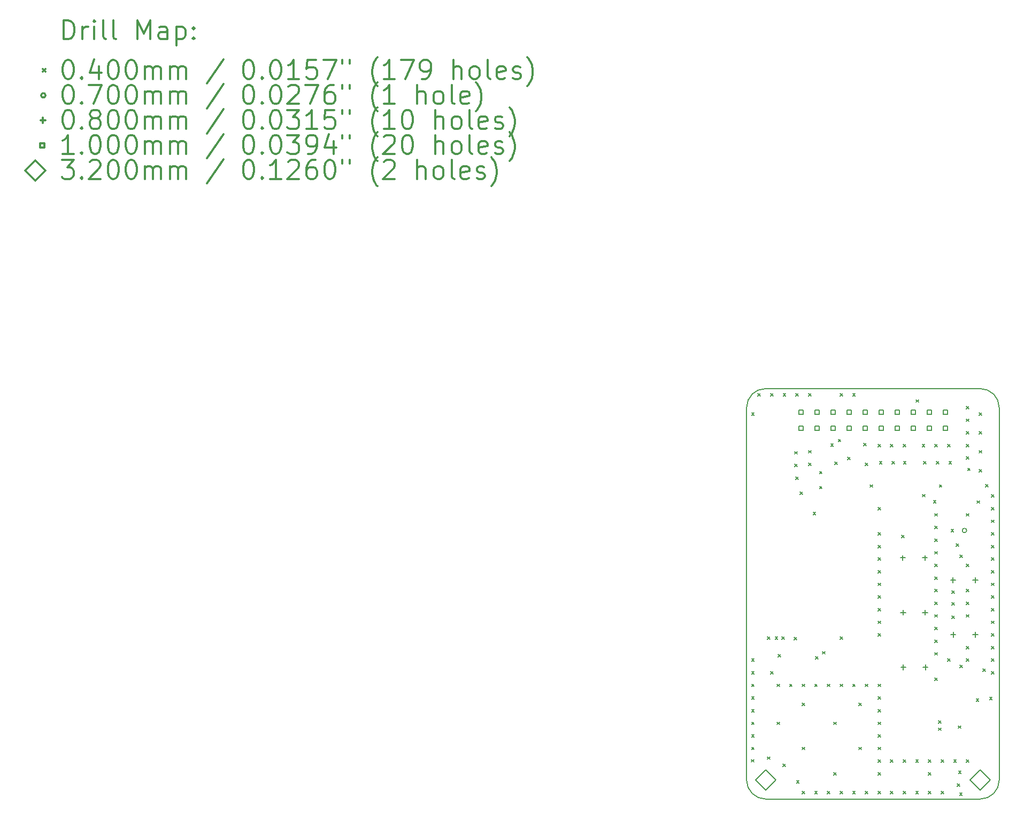
<source format=gbr>
%FSLAX45Y45*%
G04 Gerber Fmt 4.5, Leading zero omitted, Abs format (unit mm)*
G04 Created by KiCad (PCBNEW (5.1.10)-1) date 2022-03-11 13:31:08*
%MOMM*%
%LPD*%
G01*
G04 APERTURE LIST*
%TA.AperFunction,Profile*%
%ADD10C,0.150000*%
%TD*%
%ADD11C,0.200000*%
%ADD12C,0.300000*%
G04 APERTURE END LIST*
D10*
X-250000Y-6000000D02*
X1700000Y-6000000D01*
X-1200000Y-6000000D02*
X-250000Y-6000000D01*
X-1700000Y-6000000D02*
G75*
G02*
X-2000000Y-5700000I0J300000D01*
G01*
X2000000Y-5700000D02*
G75*
G02*
X1700000Y-6000000I-300000J0D01*
G01*
X1700000Y500000D02*
G75*
G02*
X2000000Y200000I0J-300000D01*
G01*
X-2000000Y200000D02*
G75*
G02*
X-1700000Y500000I300000J0D01*
G01*
X-2000000Y-5700000D02*
X-2000000Y200000D01*
X-1200000Y-6000000D02*
X-1700000Y-6000000D01*
X2000000Y200000D02*
X2000000Y-5700000D01*
X-1700000Y500000D02*
X1700000Y500000D01*
D11*
X-1923984Y-5373944D02*
X-1883984Y-5413944D01*
X-1883984Y-5373944D02*
X-1923984Y-5413944D01*
X-1920000Y120000D02*
X-1880000Y80000D01*
X-1880000Y120000D02*
X-1920000Y80000D01*
X-1920000Y-3780000D02*
X-1880000Y-3820000D01*
X-1880000Y-3780000D02*
X-1920000Y-3820000D01*
X-1920000Y-3980000D02*
X-1880000Y-4020000D01*
X-1880000Y-3980000D02*
X-1920000Y-4020000D01*
X-1920000Y-4180000D02*
X-1880000Y-4220000D01*
X-1880000Y-4180000D02*
X-1920000Y-4220000D01*
X-1920000Y-4380000D02*
X-1880000Y-4420000D01*
X-1880000Y-4380000D02*
X-1920000Y-4420000D01*
X-1920000Y-4580000D02*
X-1880000Y-4620000D01*
X-1880000Y-4580000D02*
X-1920000Y-4620000D01*
X-1920000Y-4780000D02*
X-1880000Y-4820000D01*
X-1880000Y-4780000D02*
X-1920000Y-4820000D01*
X-1920000Y-4980000D02*
X-1880000Y-5020000D01*
X-1880000Y-4980000D02*
X-1920000Y-5020000D01*
X-1920000Y-5180000D02*
X-1880000Y-5220000D01*
X-1880000Y-5180000D02*
X-1920000Y-5220000D01*
X-1820000Y420000D02*
X-1780000Y380000D01*
X-1780000Y420000D02*
X-1820000Y380000D01*
X-1670492Y-5332288D02*
X-1630492Y-5372288D01*
X-1630492Y-5332288D02*
X-1670492Y-5372288D01*
X-1668460Y-3432368D02*
X-1628460Y-3472368D01*
X-1628460Y-3432368D02*
X-1668460Y-3472368D01*
X-1620000Y420000D02*
X-1580000Y380000D01*
X-1580000Y420000D02*
X-1620000Y380000D01*
X-1620000Y-3980000D02*
X-1580000Y-4020000D01*
X-1580000Y-3980000D02*
X-1620000Y-4020000D01*
X-1547302Y-3428304D02*
X-1507302Y-3468304D01*
X-1507302Y-3428304D02*
X-1547302Y-3468304D01*
X-1520000Y-4180000D02*
X-1480000Y-4220000D01*
X-1480000Y-4180000D02*
X-1520000Y-4220000D01*
X-1520000Y-4780000D02*
X-1480000Y-4820000D01*
X-1480000Y-4780000D02*
X-1520000Y-4820000D01*
X-1501328Y-3708466D02*
X-1461328Y-3748466D01*
X-1461328Y-3708466D02*
X-1501328Y-3748466D01*
X-1443568Y-3428710D02*
X-1403568Y-3468710D01*
X-1403568Y-3428710D02*
X-1443568Y-3468710D01*
X-1423096Y-5446080D02*
X-1383096Y-5486080D01*
X-1383096Y-5446080D02*
X-1423096Y-5486080D01*
X-1420000Y420000D02*
X-1380000Y380000D01*
X-1380000Y420000D02*
X-1420000Y380000D01*
X-1320000Y-4180000D02*
X-1280000Y-4220000D01*
X-1280000Y-4180000D02*
X-1320000Y-4220000D01*
X-1245804Y-3438464D02*
X-1205804Y-3478464D01*
X-1205804Y-3438464D02*
X-1245804Y-3478464D01*
X-1236000Y-496000D02*
X-1196000Y-536000D01*
X-1196000Y-496000D02*
X-1236000Y-536000D01*
X-1236000Y-696000D02*
X-1196000Y-736000D01*
X-1196000Y-696000D02*
X-1236000Y-736000D01*
X-1223000Y-896000D02*
X-1183000Y-936000D01*
X-1183000Y-896000D02*
X-1223000Y-936000D01*
X-1220000Y420000D02*
X-1180000Y380000D01*
X-1180000Y420000D02*
X-1220000Y380000D01*
X-1208212Y-5709224D02*
X-1168212Y-5749224D01*
X-1168212Y-5709224D02*
X-1208212Y-5749224D01*
X-1151824Y-1138240D02*
X-1111824Y-1178240D01*
X-1111824Y-1138240D02*
X-1151824Y-1178240D01*
X-1120000Y-4180000D02*
X-1080000Y-4220000D01*
X-1080000Y-4180000D02*
X-1120000Y-4220000D01*
X-1120000Y-4480000D02*
X-1080000Y-4520000D01*
X-1080000Y-4480000D02*
X-1120000Y-4520000D01*
X-1120000Y-5180000D02*
X-1080000Y-5220000D01*
X-1080000Y-5180000D02*
X-1120000Y-5220000D01*
X-1120000Y-5880000D02*
X-1080000Y-5920000D01*
X-1080000Y-5880000D02*
X-1120000Y-5920000D01*
X-1020000Y420000D02*
X-980000Y380000D01*
X-980000Y420000D02*
X-1020000Y380000D01*
X-1020000Y-480000D02*
X-980000Y-520000D01*
X-980000Y-480000D02*
X-1020000Y-520000D01*
X-1020000Y-680000D02*
X-980000Y-720000D01*
X-980000Y-680000D02*
X-1020000Y-720000D01*
X-946084Y-1460820D02*
X-906084Y-1500820D01*
X-906084Y-1460820D02*
X-946084Y-1500820D01*
X-920000Y-4180000D02*
X-880000Y-4220000D01*
X-880000Y-4180000D02*
X-920000Y-4220000D01*
X-920000Y-5880000D02*
X-880000Y-5920000D01*
X-880000Y-5880000D02*
X-920000Y-5920000D01*
X-909790Y-3741712D02*
X-869790Y-3781712D01*
X-869790Y-3741712D02*
X-909790Y-3781712D01*
X-845500Y-1047308D02*
X-805500Y-1087308D01*
X-805500Y-1047308D02*
X-845500Y-1087308D01*
X-844484Y-810580D02*
X-804484Y-850580D01*
X-804484Y-810580D02*
X-844484Y-850580D01*
X-795716Y-3662492D02*
X-755716Y-3702492D01*
X-755716Y-3662492D02*
X-795716Y-3702492D01*
X-720000Y-4180000D02*
X-680000Y-4220000D01*
X-680000Y-4180000D02*
X-720000Y-4220000D01*
X-720000Y-5880000D02*
X-680000Y-5920000D01*
X-680000Y-5880000D02*
X-720000Y-5920000D01*
X-667700Y-376748D02*
X-627700Y-416748D01*
X-627700Y-376748D02*
X-667700Y-416748D01*
X-620000Y-4780000D02*
X-580000Y-4820000D01*
X-580000Y-4780000D02*
X-620000Y-4820000D01*
X-620000Y-5580000D02*
X-580000Y-5620000D01*
X-580000Y-5580000D02*
X-620000Y-5620000D01*
X-604708Y-659704D02*
X-564708Y-699704D01*
X-564708Y-659704D02*
X-604708Y-699704D01*
X-547812Y-303088D02*
X-507812Y-343088D01*
X-507812Y-303088D02*
X-547812Y-343088D01*
X-520000Y420000D02*
X-480000Y380000D01*
X-480000Y420000D02*
X-520000Y380000D01*
X-520000Y-4180000D02*
X-480000Y-4220000D01*
X-480000Y-4180000D02*
X-520000Y-4220000D01*
X-520000Y-5880000D02*
X-480000Y-5920000D01*
X-480000Y-5880000D02*
X-520000Y-5920000D01*
X-517332Y-3430844D02*
X-477332Y-3470844D01*
X-477332Y-3430844D02*
X-517332Y-3470844D01*
X-398460Y-586044D02*
X-358460Y-626044D01*
X-358460Y-586044D02*
X-398460Y-626044D01*
X-320000Y420000D02*
X-280000Y380000D01*
X-280000Y420000D02*
X-320000Y380000D01*
X-320000Y-4180000D02*
X-280000Y-4220000D01*
X-280000Y-4180000D02*
X-320000Y-4220000D01*
X-320000Y-5880000D02*
X-280000Y-5920000D01*
X-280000Y-5880000D02*
X-320000Y-5920000D01*
X-220000Y-4480000D02*
X-180000Y-4520000D01*
X-180000Y-4480000D02*
X-220000Y-4520000D01*
X-220000Y-5180000D02*
X-180000Y-5220000D01*
X-180000Y-5180000D02*
X-220000Y-5220000D01*
X-144460Y-365460D02*
X-104460Y-405460D01*
X-104460Y-365460D02*
X-144460Y-405460D01*
X-120000Y-680000D02*
X-80000Y-720000D01*
X-80000Y-680000D02*
X-120000Y-720000D01*
X-120000Y-4180000D02*
X-80000Y-4220000D01*
X-80000Y-4180000D02*
X-120000Y-4220000D01*
X-120000Y-5880000D02*
X-80000Y-5920000D01*
X-80000Y-5880000D02*
X-120000Y-5920000D01*
X-42000Y-1021000D02*
X-2000Y-1061000D01*
X-2000Y-1021000D02*
X-42000Y-1061000D01*
X80000Y-380000D02*
X120000Y-420000D01*
X120000Y-380000D02*
X80000Y-420000D01*
X80000Y-1380000D02*
X120000Y-1420000D01*
X120000Y-1380000D02*
X80000Y-1420000D01*
X80000Y-1780000D02*
X120000Y-1820000D01*
X120000Y-1780000D02*
X80000Y-1820000D01*
X80000Y-1980000D02*
X120000Y-2020000D01*
X120000Y-1980000D02*
X80000Y-2020000D01*
X80000Y-2180000D02*
X120000Y-2220000D01*
X120000Y-2180000D02*
X80000Y-2220000D01*
X80000Y-2380000D02*
X120000Y-2420000D01*
X120000Y-2380000D02*
X80000Y-2420000D01*
X80000Y-2580000D02*
X120000Y-2620000D01*
X120000Y-2580000D02*
X80000Y-2620000D01*
X80000Y-2780000D02*
X120000Y-2820000D01*
X120000Y-2780000D02*
X80000Y-2820000D01*
X80000Y-2980000D02*
X120000Y-3020000D01*
X120000Y-2980000D02*
X80000Y-3020000D01*
X80000Y-3180000D02*
X120000Y-3220000D01*
X120000Y-3180000D02*
X80000Y-3220000D01*
X80000Y-3380000D02*
X120000Y-3420000D01*
X120000Y-3380000D02*
X80000Y-3420000D01*
X80000Y-4180000D02*
X120000Y-4220000D01*
X120000Y-4180000D02*
X80000Y-4220000D01*
X80000Y-4380000D02*
X120000Y-4420000D01*
X120000Y-4380000D02*
X80000Y-4420000D01*
X80000Y-4580000D02*
X120000Y-4620000D01*
X120000Y-4580000D02*
X80000Y-4620000D01*
X80000Y-4780000D02*
X120000Y-4820000D01*
X120000Y-4780000D02*
X80000Y-4820000D01*
X80000Y-4980000D02*
X120000Y-5020000D01*
X120000Y-4980000D02*
X80000Y-5020000D01*
X80000Y-5180000D02*
X120000Y-5220000D01*
X120000Y-5180000D02*
X80000Y-5220000D01*
X80000Y-5380000D02*
X120000Y-5420000D01*
X120000Y-5380000D02*
X80000Y-5420000D01*
X80000Y-5580000D02*
X120000Y-5620000D01*
X120000Y-5580000D02*
X80000Y-5620000D01*
X80000Y-5880000D02*
X120000Y-5920000D01*
X120000Y-5880000D02*
X80000Y-5920000D01*
X104000Y-656000D02*
X144000Y-696000D01*
X144000Y-656000D02*
X104000Y-696000D01*
X280000Y-380000D02*
X320000Y-420000D01*
X320000Y-380000D02*
X280000Y-420000D01*
X280000Y-5380000D02*
X320000Y-5420000D01*
X320000Y-5380000D02*
X280000Y-5420000D01*
X280000Y-5880000D02*
X320000Y-5920000D01*
X320000Y-5880000D02*
X280000Y-5920000D01*
X304000Y-656000D02*
X344000Y-696000D01*
X344000Y-656000D02*
X304000Y-696000D01*
X457012Y-1823024D02*
X497012Y-1863024D01*
X497012Y-1823024D02*
X457012Y-1863024D01*
X480000Y-380000D02*
X520000Y-420000D01*
X520000Y-380000D02*
X480000Y-420000D01*
X480000Y-5380000D02*
X520000Y-5420000D01*
X520000Y-5380000D02*
X480000Y-5420000D01*
X480000Y-5880000D02*
X520000Y-5920000D01*
X520000Y-5880000D02*
X480000Y-5920000D01*
X485000Y-656000D02*
X525000Y-696000D01*
X525000Y-656000D02*
X485000Y-696000D01*
X680000Y-5380000D02*
X720000Y-5420000D01*
X720000Y-5380000D02*
X680000Y-5420000D01*
X680000Y-5880000D02*
X720000Y-5920000D01*
X720000Y-5880000D02*
X680000Y-5920000D01*
X682056Y324800D02*
X722056Y284800D01*
X722056Y324800D02*
X682056Y284800D01*
X780000Y-380000D02*
X820000Y-420000D01*
X820000Y-380000D02*
X780000Y-420000D01*
X782640Y-1173800D02*
X822640Y-1213800D01*
X822640Y-1173800D02*
X782640Y-1213800D01*
X804000Y-656000D02*
X844000Y-696000D01*
X844000Y-656000D02*
X804000Y-696000D01*
X880000Y-5380000D02*
X920000Y-5420000D01*
X920000Y-5380000D02*
X880000Y-5420000D01*
X880000Y-5580000D02*
X920000Y-5620000D01*
X920000Y-5580000D02*
X880000Y-5620000D01*
X880000Y-5880000D02*
X920000Y-5920000D01*
X920000Y-5880000D02*
X880000Y-5920000D01*
X959500Y-1274500D02*
X999500Y-1314500D01*
X999500Y-1274500D02*
X959500Y-1314500D01*
X980000Y-380000D02*
X1020000Y-420000D01*
X1020000Y-380000D02*
X980000Y-420000D01*
X980000Y-1480000D02*
X1020000Y-1520000D01*
X1020000Y-1480000D02*
X980000Y-1520000D01*
X980000Y-1680000D02*
X1020000Y-1720000D01*
X1020000Y-1680000D02*
X980000Y-1720000D01*
X980000Y-1880000D02*
X1020000Y-1920000D01*
X1020000Y-1880000D02*
X980000Y-1920000D01*
X980000Y-2080000D02*
X1020000Y-2120000D01*
X1020000Y-2080000D02*
X980000Y-2120000D01*
X980000Y-2280000D02*
X1020000Y-2320000D01*
X1020000Y-2280000D02*
X980000Y-2320000D01*
X980000Y-2480000D02*
X1020000Y-2520000D01*
X1020000Y-2480000D02*
X980000Y-2520000D01*
X980000Y-2680000D02*
X1020000Y-2720000D01*
X1020000Y-2680000D02*
X980000Y-2720000D01*
X980000Y-2880000D02*
X1020000Y-2920000D01*
X1020000Y-2880000D02*
X980000Y-2920000D01*
X980000Y-3080000D02*
X1020000Y-3120000D01*
X1020000Y-3080000D02*
X980000Y-3120000D01*
X980000Y-3280000D02*
X1020000Y-3320000D01*
X1020000Y-3280000D02*
X980000Y-3320000D01*
X980000Y-3480000D02*
X1020000Y-3520000D01*
X1020000Y-3480000D02*
X980000Y-3520000D01*
X980000Y-3680000D02*
X1020000Y-3720000D01*
X1020000Y-3680000D02*
X980000Y-3720000D01*
X980000Y-4080000D02*
X1020000Y-4120000D01*
X1020000Y-4080000D02*
X980000Y-4120000D01*
X1004000Y-656000D02*
X1044000Y-696000D01*
X1044000Y-656000D02*
X1004000Y-696000D01*
X1038000Y-4875000D02*
X1078000Y-4915000D01*
X1078000Y-4875000D02*
X1038000Y-4915000D01*
X1040958Y-4760788D02*
X1080958Y-4800788D01*
X1080958Y-4760788D02*
X1040958Y-4800788D01*
X1052000Y-1021000D02*
X1092000Y-1061000D01*
X1092000Y-1021000D02*
X1052000Y-1061000D01*
X1080000Y-5380000D02*
X1120000Y-5420000D01*
X1120000Y-5380000D02*
X1080000Y-5420000D01*
X1080000Y-5880000D02*
X1120000Y-5920000D01*
X1120000Y-5880000D02*
X1080000Y-5920000D01*
X1180000Y-380000D02*
X1220000Y-420000D01*
X1220000Y-380000D02*
X1180000Y-420000D01*
X1180000Y-3780000D02*
X1220000Y-3820000D01*
X1220000Y-3780000D02*
X1180000Y-3820000D01*
X1204000Y-656000D02*
X1244000Y-696000D01*
X1244000Y-656000D02*
X1204000Y-696000D01*
X1239000Y-1726000D02*
X1279000Y-1766000D01*
X1279000Y-1726000D02*
X1239000Y-1766000D01*
X1250000Y-2700000D02*
X1290000Y-2740000D01*
X1290000Y-2700000D02*
X1250000Y-2740000D01*
X1250000Y-2890000D02*
X1290000Y-2930000D01*
X1290000Y-2890000D02*
X1250000Y-2930000D01*
X1250000Y-3100000D02*
X1290000Y-3140000D01*
X1290000Y-3100000D02*
X1250000Y-3140000D01*
X1280000Y-5380000D02*
X1320000Y-5420000D01*
X1320000Y-5380000D02*
X1280000Y-5420000D01*
X1321000Y-1959000D02*
X1361000Y-1999000D01*
X1361000Y-1959000D02*
X1321000Y-1999000D01*
X1333820Y-5761040D02*
X1373820Y-5801040D01*
X1373820Y-5761040D02*
X1333820Y-5801040D01*
X1351000Y-4840000D02*
X1391000Y-4880000D01*
X1391000Y-4840000D02*
X1351000Y-4880000D01*
X1356680Y-5553776D02*
X1396680Y-5593776D01*
X1396680Y-5553776D02*
X1356680Y-5593776D01*
X1372936Y-5903280D02*
X1412936Y-5943280D01*
X1412936Y-5903280D02*
X1372936Y-5943280D01*
X1375000Y-2133000D02*
X1415000Y-2173000D01*
X1415000Y-2133000D02*
X1375000Y-2173000D01*
X1380000Y-3880000D02*
X1420000Y-3920000D01*
X1420000Y-3880000D02*
X1380000Y-3920000D01*
X1480000Y220000D02*
X1520000Y180000D01*
X1520000Y220000D02*
X1480000Y180000D01*
X1480000Y20000D02*
X1520000Y-20000D01*
X1520000Y20000D02*
X1480000Y-20000D01*
X1480000Y-180000D02*
X1520000Y-220000D01*
X1520000Y-180000D02*
X1480000Y-220000D01*
X1480000Y-380000D02*
X1520000Y-420000D01*
X1520000Y-380000D02*
X1480000Y-420000D01*
X1480000Y-580000D02*
X1520000Y-620000D01*
X1520000Y-580000D02*
X1480000Y-620000D01*
X1480000Y-2280000D02*
X1520000Y-2320000D01*
X1520000Y-2280000D02*
X1480000Y-2320000D01*
X1480000Y-2680000D02*
X1520000Y-2720000D01*
X1520000Y-2680000D02*
X1480000Y-2720000D01*
X1480000Y-2880000D02*
X1520000Y-2920000D01*
X1520000Y-2880000D02*
X1480000Y-2920000D01*
X1480000Y-3080000D02*
X1520000Y-3120000D01*
X1520000Y-3080000D02*
X1480000Y-3120000D01*
X1480000Y-3580000D02*
X1520000Y-3620000D01*
X1520000Y-3580000D02*
X1480000Y-3620000D01*
X1480000Y-3780000D02*
X1520000Y-3820000D01*
X1520000Y-3780000D02*
X1480000Y-3820000D01*
X1480000Y-5380000D02*
X1520000Y-5420000D01*
X1520000Y-5380000D02*
X1480000Y-5420000D01*
X1481146Y-1478854D02*
X1521146Y-1518854D01*
X1521146Y-1478854D02*
X1481146Y-1518854D01*
X1501500Y-758500D02*
X1541500Y-798500D01*
X1541500Y-758500D02*
X1501500Y-798500D01*
X1637096Y-4412300D02*
X1677096Y-4452300D01*
X1677096Y-4412300D02*
X1637096Y-4452300D01*
X1651000Y-1276000D02*
X1691000Y-1316000D01*
X1691000Y-1276000D02*
X1651000Y-1316000D01*
X1680000Y120000D02*
X1720000Y80000D01*
X1720000Y120000D02*
X1680000Y80000D01*
X1680000Y-180000D02*
X1720000Y-220000D01*
X1720000Y-180000D02*
X1680000Y-220000D01*
X1680000Y-480000D02*
X1720000Y-520000D01*
X1720000Y-480000D02*
X1680000Y-520000D01*
X1680000Y-780000D02*
X1720000Y-820000D01*
X1720000Y-780000D02*
X1680000Y-820000D01*
X1744792Y-3941384D02*
X1784792Y-3981384D01*
X1784792Y-3941384D02*
X1744792Y-3981384D01*
X1786000Y-1018000D02*
X1826000Y-1058000D01*
X1826000Y-1018000D02*
X1786000Y-1058000D01*
X1848424Y-4384868D02*
X1888424Y-4424868D01*
X1888424Y-4384868D02*
X1848424Y-4424868D01*
X1880000Y-1180000D02*
X1920000Y-1220000D01*
X1920000Y-1180000D02*
X1880000Y-1220000D01*
X1880000Y-1380000D02*
X1920000Y-1420000D01*
X1920000Y-1380000D02*
X1880000Y-1420000D01*
X1880000Y-1580000D02*
X1920000Y-1620000D01*
X1920000Y-1580000D02*
X1880000Y-1620000D01*
X1880000Y-1780000D02*
X1920000Y-1820000D01*
X1920000Y-1780000D02*
X1880000Y-1820000D01*
X1880000Y-1980000D02*
X1920000Y-2020000D01*
X1920000Y-1980000D02*
X1880000Y-2020000D01*
X1880000Y-2180000D02*
X1920000Y-2220000D01*
X1920000Y-2180000D02*
X1880000Y-2220000D01*
X1880000Y-2380000D02*
X1920000Y-2420000D01*
X1920000Y-2380000D02*
X1880000Y-2420000D01*
X1880000Y-2580000D02*
X1920000Y-2620000D01*
X1920000Y-2580000D02*
X1880000Y-2620000D01*
X1880000Y-2780000D02*
X1920000Y-2820000D01*
X1920000Y-2780000D02*
X1880000Y-2820000D01*
X1880000Y-2980000D02*
X1920000Y-3020000D01*
X1920000Y-2980000D02*
X1880000Y-3020000D01*
X1880000Y-3180000D02*
X1920000Y-3220000D01*
X1920000Y-3180000D02*
X1880000Y-3220000D01*
X1880000Y-3380000D02*
X1920000Y-3420000D01*
X1920000Y-3380000D02*
X1880000Y-3420000D01*
X1880000Y-3580000D02*
X1920000Y-3620000D01*
X1920000Y-3580000D02*
X1880000Y-3620000D01*
X1880000Y-3780000D02*
X1920000Y-3820000D01*
X1920000Y-3780000D02*
X1880000Y-3820000D01*
X1880000Y-3980000D02*
X1920000Y-4020000D01*
X1920000Y-3980000D02*
X1880000Y-4020000D01*
X1484000Y-1747000D02*
G75*
G03*
X1484000Y-1747000I-35000J0D01*
G01*
X473976Y-2139828D02*
X473976Y-2219828D01*
X433976Y-2179828D02*
X513976Y-2179828D01*
X478040Y-3005714D02*
X478040Y-3085714D01*
X438040Y-3045714D02*
X518040Y-3045714D01*
X481584Y-3871600D02*
X481584Y-3951600D01*
X441584Y-3911600D02*
X521584Y-3911600D01*
X823976Y-2139828D02*
X823976Y-2219828D01*
X783976Y-2179828D02*
X863976Y-2179828D01*
X828040Y-3005714D02*
X828040Y-3085714D01*
X788040Y-3045714D02*
X868040Y-3045714D01*
X831584Y-3871600D02*
X831584Y-3951600D01*
X791584Y-3911600D02*
X871584Y-3911600D01*
X1270254Y-2491872D02*
X1270254Y-2571872D01*
X1230254Y-2531872D02*
X1310254Y-2531872D01*
X1272286Y-3356234D02*
X1272286Y-3436234D01*
X1232286Y-3396234D02*
X1312286Y-3396234D01*
X1620254Y-2491872D02*
X1620254Y-2571872D01*
X1580254Y-2531872D02*
X1660254Y-2531872D01*
X1622286Y-3356234D02*
X1622286Y-3436234D01*
X1582286Y-3396234D02*
X1662286Y-3396234D01*
X-1105104Y89104D02*
X-1105104Y159816D01*
X-1175816Y159816D01*
X-1175816Y89104D01*
X-1105104Y89104D01*
X-1105104Y-164896D02*
X-1105104Y-94184D01*
X-1175816Y-94184D01*
X-1175816Y-164896D01*
X-1105104Y-164896D01*
X-851104Y89104D02*
X-851104Y159816D01*
X-921816Y159816D01*
X-921816Y89104D01*
X-851104Y89104D01*
X-851104Y-164896D02*
X-851104Y-94184D01*
X-921816Y-94184D01*
X-921816Y-164896D01*
X-851104Y-164896D01*
X-597104Y89104D02*
X-597104Y159816D01*
X-667816Y159816D01*
X-667816Y89104D01*
X-597104Y89104D01*
X-597104Y-164896D02*
X-597104Y-94184D01*
X-667816Y-94184D01*
X-667816Y-164896D01*
X-597104Y-164896D01*
X-343104Y89104D02*
X-343104Y159816D01*
X-413816Y159816D01*
X-413816Y89104D01*
X-343104Y89104D01*
X-343104Y-164896D02*
X-343104Y-94184D01*
X-413816Y-94184D01*
X-413816Y-164896D01*
X-343104Y-164896D01*
X-89104Y89104D02*
X-89104Y159816D01*
X-159816Y159816D01*
X-159816Y89104D01*
X-89104Y89104D01*
X-89104Y-164896D02*
X-89104Y-94184D01*
X-159816Y-94184D01*
X-159816Y-164896D01*
X-89104Y-164896D01*
X164896Y89104D02*
X164896Y159816D01*
X94184Y159816D01*
X94184Y89104D01*
X164896Y89104D01*
X164896Y-164896D02*
X164896Y-94184D01*
X94184Y-94184D01*
X94184Y-164896D01*
X164896Y-164896D01*
X418896Y89104D02*
X418896Y159816D01*
X348184Y159816D01*
X348184Y89104D01*
X418896Y89104D01*
X418896Y-164896D02*
X418896Y-94184D01*
X348184Y-94184D01*
X348184Y-164896D01*
X418896Y-164896D01*
X672896Y89104D02*
X672896Y159816D01*
X602184Y159816D01*
X602184Y89104D01*
X672896Y89104D01*
X672896Y-164896D02*
X672896Y-94184D01*
X602184Y-94184D01*
X602184Y-164896D01*
X672896Y-164896D01*
X926896Y89104D02*
X926896Y159816D01*
X856184Y159816D01*
X856184Y89104D01*
X926896Y89104D01*
X926896Y-164896D02*
X926896Y-94184D01*
X856184Y-94184D01*
X856184Y-164896D01*
X926896Y-164896D01*
X1180896Y89104D02*
X1180896Y159816D01*
X1110184Y159816D01*
X1110184Y89104D01*
X1180896Y89104D01*
X1180896Y-164896D02*
X1180896Y-94184D01*
X1110184Y-94184D01*
X1110184Y-164896D01*
X1180896Y-164896D01*
X-1700000Y-5860000D02*
X-1540000Y-5700000D01*
X-1700000Y-5540000D01*
X-1860000Y-5700000D01*
X-1700000Y-5860000D01*
X1700000Y-5860000D02*
X1860000Y-5700000D01*
X1700000Y-5540000D01*
X1540000Y-5700000D01*
X1700000Y-5860000D01*
D12*
X-12813571Y6034286D02*
X-12813571Y6334286D01*
X-12742143Y6334286D01*
X-12699286Y6320000D01*
X-12670714Y6291429D01*
X-12656429Y6262857D01*
X-12642143Y6205714D01*
X-12642143Y6162857D01*
X-12656429Y6105714D01*
X-12670714Y6077143D01*
X-12699286Y6048571D01*
X-12742143Y6034286D01*
X-12813571Y6034286D01*
X-12513571Y6034286D02*
X-12513571Y6234286D01*
X-12513571Y6177143D02*
X-12499286Y6205714D01*
X-12485000Y6220000D01*
X-12456429Y6234286D01*
X-12427857Y6234286D01*
X-12327857Y6034286D02*
X-12327857Y6234286D01*
X-12327857Y6334286D02*
X-12342143Y6320000D01*
X-12327857Y6305714D01*
X-12313571Y6320000D01*
X-12327857Y6334286D01*
X-12327857Y6305714D01*
X-12142143Y6034286D02*
X-12170714Y6048571D01*
X-12185000Y6077143D01*
X-12185000Y6334286D01*
X-11985000Y6034286D02*
X-12013571Y6048571D01*
X-12027857Y6077143D01*
X-12027857Y6334286D01*
X-11642143Y6034286D02*
X-11642143Y6334286D01*
X-11542143Y6120000D01*
X-11442143Y6334286D01*
X-11442143Y6034286D01*
X-11170714Y6034286D02*
X-11170714Y6191429D01*
X-11185000Y6220000D01*
X-11213571Y6234286D01*
X-11270714Y6234286D01*
X-11299286Y6220000D01*
X-11170714Y6048571D02*
X-11199286Y6034286D01*
X-11270714Y6034286D01*
X-11299286Y6048571D01*
X-11313571Y6077143D01*
X-11313571Y6105714D01*
X-11299286Y6134286D01*
X-11270714Y6148571D01*
X-11199286Y6148571D01*
X-11170714Y6162857D01*
X-11027857Y6234286D02*
X-11027857Y5934286D01*
X-11027857Y6220000D02*
X-10999286Y6234286D01*
X-10942143Y6234286D01*
X-10913572Y6220000D01*
X-10899286Y6205714D01*
X-10885000Y6177143D01*
X-10885000Y6091429D01*
X-10899286Y6062857D01*
X-10913572Y6048571D01*
X-10942143Y6034286D01*
X-10999286Y6034286D01*
X-11027857Y6048571D01*
X-10756429Y6062857D02*
X-10742143Y6048571D01*
X-10756429Y6034286D01*
X-10770714Y6048571D01*
X-10756429Y6062857D01*
X-10756429Y6034286D01*
X-10756429Y6220000D02*
X-10742143Y6205714D01*
X-10756429Y6191429D01*
X-10770714Y6205714D01*
X-10756429Y6220000D01*
X-10756429Y6191429D01*
X-13140000Y5560000D02*
X-13100000Y5520000D01*
X-13100000Y5560000D02*
X-13140000Y5520000D01*
X-12756429Y5704286D02*
X-12727857Y5704286D01*
X-12699286Y5690000D01*
X-12685000Y5675714D01*
X-12670714Y5647143D01*
X-12656429Y5590000D01*
X-12656429Y5518572D01*
X-12670714Y5461429D01*
X-12685000Y5432857D01*
X-12699286Y5418572D01*
X-12727857Y5404286D01*
X-12756429Y5404286D01*
X-12785000Y5418572D01*
X-12799286Y5432857D01*
X-12813571Y5461429D01*
X-12827857Y5518572D01*
X-12827857Y5590000D01*
X-12813571Y5647143D01*
X-12799286Y5675714D01*
X-12785000Y5690000D01*
X-12756429Y5704286D01*
X-12527857Y5432857D02*
X-12513571Y5418572D01*
X-12527857Y5404286D01*
X-12542143Y5418572D01*
X-12527857Y5432857D01*
X-12527857Y5404286D01*
X-12256429Y5604286D02*
X-12256429Y5404286D01*
X-12327857Y5718571D02*
X-12399286Y5504286D01*
X-12213571Y5504286D01*
X-12042143Y5704286D02*
X-12013571Y5704286D01*
X-11985000Y5690000D01*
X-11970714Y5675714D01*
X-11956429Y5647143D01*
X-11942143Y5590000D01*
X-11942143Y5518572D01*
X-11956429Y5461429D01*
X-11970714Y5432857D01*
X-11985000Y5418572D01*
X-12013571Y5404286D01*
X-12042143Y5404286D01*
X-12070714Y5418572D01*
X-12085000Y5432857D01*
X-12099286Y5461429D01*
X-12113571Y5518572D01*
X-12113571Y5590000D01*
X-12099286Y5647143D01*
X-12085000Y5675714D01*
X-12070714Y5690000D01*
X-12042143Y5704286D01*
X-11756429Y5704286D02*
X-11727857Y5704286D01*
X-11699286Y5690000D01*
X-11685000Y5675714D01*
X-11670714Y5647143D01*
X-11656429Y5590000D01*
X-11656429Y5518572D01*
X-11670714Y5461429D01*
X-11685000Y5432857D01*
X-11699286Y5418572D01*
X-11727857Y5404286D01*
X-11756429Y5404286D01*
X-11785000Y5418572D01*
X-11799286Y5432857D01*
X-11813571Y5461429D01*
X-11827857Y5518572D01*
X-11827857Y5590000D01*
X-11813571Y5647143D01*
X-11799286Y5675714D01*
X-11785000Y5690000D01*
X-11756429Y5704286D01*
X-11527857Y5404286D02*
X-11527857Y5604286D01*
X-11527857Y5575714D02*
X-11513571Y5590000D01*
X-11485000Y5604286D01*
X-11442143Y5604286D01*
X-11413571Y5590000D01*
X-11399286Y5561429D01*
X-11399286Y5404286D01*
X-11399286Y5561429D02*
X-11385000Y5590000D01*
X-11356429Y5604286D01*
X-11313571Y5604286D01*
X-11285000Y5590000D01*
X-11270714Y5561429D01*
X-11270714Y5404286D01*
X-11127857Y5404286D02*
X-11127857Y5604286D01*
X-11127857Y5575714D02*
X-11113572Y5590000D01*
X-11085000Y5604286D01*
X-11042143Y5604286D01*
X-11013572Y5590000D01*
X-10999286Y5561429D01*
X-10999286Y5404286D01*
X-10999286Y5561429D02*
X-10985000Y5590000D01*
X-10956429Y5604286D01*
X-10913572Y5604286D01*
X-10885000Y5590000D01*
X-10870714Y5561429D01*
X-10870714Y5404286D01*
X-10285000Y5718571D02*
X-10542143Y5332857D01*
X-9899286Y5704286D02*
X-9870714Y5704286D01*
X-9842143Y5690000D01*
X-9827857Y5675714D01*
X-9813572Y5647143D01*
X-9799286Y5590000D01*
X-9799286Y5518572D01*
X-9813572Y5461429D01*
X-9827857Y5432857D01*
X-9842143Y5418572D01*
X-9870714Y5404286D01*
X-9899286Y5404286D01*
X-9927857Y5418572D01*
X-9942143Y5432857D01*
X-9956429Y5461429D01*
X-9970714Y5518572D01*
X-9970714Y5590000D01*
X-9956429Y5647143D01*
X-9942143Y5675714D01*
X-9927857Y5690000D01*
X-9899286Y5704286D01*
X-9670714Y5432857D02*
X-9656429Y5418572D01*
X-9670714Y5404286D01*
X-9685000Y5418572D01*
X-9670714Y5432857D01*
X-9670714Y5404286D01*
X-9470714Y5704286D02*
X-9442143Y5704286D01*
X-9413572Y5690000D01*
X-9399286Y5675714D01*
X-9385000Y5647143D01*
X-9370714Y5590000D01*
X-9370714Y5518572D01*
X-9385000Y5461429D01*
X-9399286Y5432857D01*
X-9413572Y5418572D01*
X-9442143Y5404286D01*
X-9470714Y5404286D01*
X-9499286Y5418572D01*
X-9513572Y5432857D01*
X-9527857Y5461429D01*
X-9542143Y5518572D01*
X-9542143Y5590000D01*
X-9527857Y5647143D01*
X-9513572Y5675714D01*
X-9499286Y5690000D01*
X-9470714Y5704286D01*
X-9085000Y5404286D02*
X-9256429Y5404286D01*
X-9170714Y5404286D02*
X-9170714Y5704286D01*
X-9199286Y5661429D01*
X-9227857Y5632857D01*
X-9256429Y5618571D01*
X-8813572Y5704286D02*
X-8956429Y5704286D01*
X-8970714Y5561429D01*
X-8956429Y5575714D01*
X-8927857Y5590000D01*
X-8856429Y5590000D01*
X-8827857Y5575714D01*
X-8813572Y5561429D01*
X-8799286Y5532857D01*
X-8799286Y5461429D01*
X-8813572Y5432857D01*
X-8827857Y5418572D01*
X-8856429Y5404286D01*
X-8927857Y5404286D01*
X-8956429Y5418572D01*
X-8970714Y5432857D01*
X-8699286Y5704286D02*
X-8499286Y5704286D01*
X-8627857Y5404286D01*
X-8399286Y5704286D02*
X-8399286Y5647143D01*
X-8285000Y5704286D02*
X-8285000Y5647143D01*
X-7842143Y5290000D02*
X-7856429Y5304286D01*
X-7885000Y5347143D01*
X-7899286Y5375714D01*
X-7913571Y5418572D01*
X-7927857Y5490000D01*
X-7927857Y5547143D01*
X-7913571Y5618571D01*
X-7899286Y5661429D01*
X-7885000Y5690000D01*
X-7856429Y5732857D01*
X-7842143Y5747143D01*
X-7570714Y5404286D02*
X-7742143Y5404286D01*
X-7656429Y5404286D02*
X-7656429Y5704286D01*
X-7685000Y5661429D01*
X-7713571Y5632857D01*
X-7742143Y5618571D01*
X-7470714Y5704286D02*
X-7270714Y5704286D01*
X-7399286Y5404286D01*
X-7142143Y5404286D02*
X-7085000Y5404286D01*
X-7056429Y5418572D01*
X-7042143Y5432857D01*
X-7013571Y5475714D01*
X-6999286Y5532857D01*
X-6999286Y5647143D01*
X-7013571Y5675714D01*
X-7027857Y5690000D01*
X-7056429Y5704286D01*
X-7113571Y5704286D01*
X-7142143Y5690000D01*
X-7156429Y5675714D01*
X-7170714Y5647143D01*
X-7170714Y5575714D01*
X-7156429Y5547143D01*
X-7142143Y5532857D01*
X-7113571Y5518572D01*
X-7056429Y5518572D01*
X-7027857Y5532857D01*
X-7013571Y5547143D01*
X-6999286Y5575714D01*
X-6642143Y5404286D02*
X-6642143Y5704286D01*
X-6513571Y5404286D02*
X-6513571Y5561429D01*
X-6527857Y5590000D01*
X-6556429Y5604286D01*
X-6599286Y5604286D01*
X-6627857Y5590000D01*
X-6642143Y5575714D01*
X-6327857Y5404286D02*
X-6356429Y5418572D01*
X-6370714Y5432857D01*
X-6385000Y5461429D01*
X-6385000Y5547143D01*
X-6370714Y5575714D01*
X-6356429Y5590000D01*
X-6327857Y5604286D01*
X-6285000Y5604286D01*
X-6256429Y5590000D01*
X-6242143Y5575714D01*
X-6227857Y5547143D01*
X-6227857Y5461429D01*
X-6242143Y5432857D01*
X-6256429Y5418572D01*
X-6285000Y5404286D01*
X-6327857Y5404286D01*
X-6056429Y5404286D02*
X-6085000Y5418572D01*
X-6099286Y5447143D01*
X-6099286Y5704286D01*
X-5827857Y5418572D02*
X-5856429Y5404286D01*
X-5913571Y5404286D01*
X-5942143Y5418572D01*
X-5956429Y5447143D01*
X-5956429Y5561429D01*
X-5942143Y5590000D01*
X-5913571Y5604286D01*
X-5856429Y5604286D01*
X-5827857Y5590000D01*
X-5813571Y5561429D01*
X-5813571Y5532857D01*
X-5956429Y5504286D01*
X-5699286Y5418572D02*
X-5670714Y5404286D01*
X-5613571Y5404286D01*
X-5585000Y5418572D01*
X-5570714Y5447143D01*
X-5570714Y5461429D01*
X-5585000Y5490000D01*
X-5613571Y5504286D01*
X-5656429Y5504286D01*
X-5685000Y5518572D01*
X-5699286Y5547143D01*
X-5699286Y5561429D01*
X-5685000Y5590000D01*
X-5656429Y5604286D01*
X-5613571Y5604286D01*
X-5585000Y5590000D01*
X-5470714Y5290000D02*
X-5456429Y5304286D01*
X-5427857Y5347143D01*
X-5413572Y5375714D01*
X-5399286Y5418572D01*
X-5385000Y5490000D01*
X-5385000Y5547143D01*
X-5399286Y5618571D01*
X-5413572Y5661429D01*
X-5427857Y5690000D01*
X-5456429Y5732857D01*
X-5470714Y5747143D01*
X-13100000Y5144000D02*
G75*
G03*
X-13100000Y5144000I-35000J0D01*
G01*
X-12756429Y5308286D02*
X-12727857Y5308286D01*
X-12699286Y5294000D01*
X-12685000Y5279714D01*
X-12670714Y5251143D01*
X-12656429Y5194000D01*
X-12656429Y5122572D01*
X-12670714Y5065429D01*
X-12685000Y5036857D01*
X-12699286Y5022572D01*
X-12727857Y5008286D01*
X-12756429Y5008286D01*
X-12785000Y5022572D01*
X-12799286Y5036857D01*
X-12813571Y5065429D01*
X-12827857Y5122572D01*
X-12827857Y5194000D01*
X-12813571Y5251143D01*
X-12799286Y5279714D01*
X-12785000Y5294000D01*
X-12756429Y5308286D01*
X-12527857Y5036857D02*
X-12513571Y5022572D01*
X-12527857Y5008286D01*
X-12542143Y5022572D01*
X-12527857Y5036857D01*
X-12527857Y5008286D01*
X-12413571Y5308286D02*
X-12213571Y5308286D01*
X-12342143Y5008286D01*
X-12042143Y5308286D02*
X-12013571Y5308286D01*
X-11985000Y5294000D01*
X-11970714Y5279714D01*
X-11956429Y5251143D01*
X-11942143Y5194000D01*
X-11942143Y5122572D01*
X-11956429Y5065429D01*
X-11970714Y5036857D01*
X-11985000Y5022572D01*
X-12013571Y5008286D01*
X-12042143Y5008286D01*
X-12070714Y5022572D01*
X-12085000Y5036857D01*
X-12099286Y5065429D01*
X-12113571Y5122572D01*
X-12113571Y5194000D01*
X-12099286Y5251143D01*
X-12085000Y5279714D01*
X-12070714Y5294000D01*
X-12042143Y5308286D01*
X-11756429Y5308286D02*
X-11727857Y5308286D01*
X-11699286Y5294000D01*
X-11685000Y5279714D01*
X-11670714Y5251143D01*
X-11656429Y5194000D01*
X-11656429Y5122572D01*
X-11670714Y5065429D01*
X-11685000Y5036857D01*
X-11699286Y5022572D01*
X-11727857Y5008286D01*
X-11756429Y5008286D01*
X-11785000Y5022572D01*
X-11799286Y5036857D01*
X-11813571Y5065429D01*
X-11827857Y5122572D01*
X-11827857Y5194000D01*
X-11813571Y5251143D01*
X-11799286Y5279714D01*
X-11785000Y5294000D01*
X-11756429Y5308286D01*
X-11527857Y5008286D02*
X-11527857Y5208286D01*
X-11527857Y5179714D02*
X-11513571Y5194000D01*
X-11485000Y5208286D01*
X-11442143Y5208286D01*
X-11413571Y5194000D01*
X-11399286Y5165429D01*
X-11399286Y5008286D01*
X-11399286Y5165429D02*
X-11385000Y5194000D01*
X-11356429Y5208286D01*
X-11313571Y5208286D01*
X-11285000Y5194000D01*
X-11270714Y5165429D01*
X-11270714Y5008286D01*
X-11127857Y5008286D02*
X-11127857Y5208286D01*
X-11127857Y5179714D02*
X-11113572Y5194000D01*
X-11085000Y5208286D01*
X-11042143Y5208286D01*
X-11013572Y5194000D01*
X-10999286Y5165429D01*
X-10999286Y5008286D01*
X-10999286Y5165429D02*
X-10985000Y5194000D01*
X-10956429Y5208286D01*
X-10913572Y5208286D01*
X-10885000Y5194000D01*
X-10870714Y5165429D01*
X-10870714Y5008286D01*
X-10285000Y5322572D02*
X-10542143Y4936857D01*
X-9899286Y5308286D02*
X-9870714Y5308286D01*
X-9842143Y5294000D01*
X-9827857Y5279714D01*
X-9813572Y5251143D01*
X-9799286Y5194000D01*
X-9799286Y5122572D01*
X-9813572Y5065429D01*
X-9827857Y5036857D01*
X-9842143Y5022572D01*
X-9870714Y5008286D01*
X-9899286Y5008286D01*
X-9927857Y5022572D01*
X-9942143Y5036857D01*
X-9956429Y5065429D01*
X-9970714Y5122572D01*
X-9970714Y5194000D01*
X-9956429Y5251143D01*
X-9942143Y5279714D01*
X-9927857Y5294000D01*
X-9899286Y5308286D01*
X-9670714Y5036857D02*
X-9656429Y5022572D01*
X-9670714Y5008286D01*
X-9685000Y5022572D01*
X-9670714Y5036857D01*
X-9670714Y5008286D01*
X-9470714Y5308286D02*
X-9442143Y5308286D01*
X-9413572Y5294000D01*
X-9399286Y5279714D01*
X-9385000Y5251143D01*
X-9370714Y5194000D01*
X-9370714Y5122572D01*
X-9385000Y5065429D01*
X-9399286Y5036857D01*
X-9413572Y5022572D01*
X-9442143Y5008286D01*
X-9470714Y5008286D01*
X-9499286Y5022572D01*
X-9513572Y5036857D01*
X-9527857Y5065429D01*
X-9542143Y5122572D01*
X-9542143Y5194000D01*
X-9527857Y5251143D01*
X-9513572Y5279714D01*
X-9499286Y5294000D01*
X-9470714Y5308286D01*
X-9256429Y5279714D02*
X-9242143Y5294000D01*
X-9213572Y5308286D01*
X-9142143Y5308286D01*
X-9113572Y5294000D01*
X-9099286Y5279714D01*
X-9085000Y5251143D01*
X-9085000Y5222572D01*
X-9099286Y5179714D01*
X-9270714Y5008286D01*
X-9085000Y5008286D01*
X-8985000Y5308286D02*
X-8785000Y5308286D01*
X-8913572Y5008286D01*
X-8542143Y5308286D02*
X-8599286Y5308286D01*
X-8627857Y5294000D01*
X-8642143Y5279714D01*
X-8670714Y5236857D01*
X-8685000Y5179714D01*
X-8685000Y5065429D01*
X-8670714Y5036857D01*
X-8656429Y5022572D01*
X-8627857Y5008286D01*
X-8570714Y5008286D01*
X-8542143Y5022572D01*
X-8527857Y5036857D01*
X-8513572Y5065429D01*
X-8513572Y5136857D01*
X-8527857Y5165429D01*
X-8542143Y5179714D01*
X-8570714Y5194000D01*
X-8627857Y5194000D01*
X-8656429Y5179714D01*
X-8670714Y5165429D01*
X-8685000Y5136857D01*
X-8399286Y5308286D02*
X-8399286Y5251143D01*
X-8285000Y5308286D02*
X-8285000Y5251143D01*
X-7842143Y4894000D02*
X-7856429Y4908286D01*
X-7885000Y4951143D01*
X-7899286Y4979714D01*
X-7913571Y5022572D01*
X-7927857Y5094000D01*
X-7927857Y5151143D01*
X-7913571Y5222572D01*
X-7899286Y5265429D01*
X-7885000Y5294000D01*
X-7856429Y5336857D01*
X-7842143Y5351143D01*
X-7570714Y5008286D02*
X-7742143Y5008286D01*
X-7656429Y5008286D02*
X-7656429Y5308286D01*
X-7685000Y5265429D01*
X-7713571Y5236857D01*
X-7742143Y5222572D01*
X-7213571Y5008286D02*
X-7213571Y5308286D01*
X-7085000Y5008286D02*
X-7085000Y5165429D01*
X-7099286Y5194000D01*
X-7127857Y5208286D01*
X-7170714Y5208286D01*
X-7199286Y5194000D01*
X-7213571Y5179714D01*
X-6899286Y5008286D02*
X-6927857Y5022572D01*
X-6942143Y5036857D01*
X-6956429Y5065429D01*
X-6956429Y5151143D01*
X-6942143Y5179714D01*
X-6927857Y5194000D01*
X-6899286Y5208286D01*
X-6856429Y5208286D01*
X-6827857Y5194000D01*
X-6813571Y5179714D01*
X-6799286Y5151143D01*
X-6799286Y5065429D01*
X-6813571Y5036857D01*
X-6827857Y5022572D01*
X-6856429Y5008286D01*
X-6899286Y5008286D01*
X-6627857Y5008286D02*
X-6656429Y5022572D01*
X-6670714Y5051143D01*
X-6670714Y5308286D01*
X-6399286Y5022572D02*
X-6427857Y5008286D01*
X-6485000Y5008286D01*
X-6513571Y5022572D01*
X-6527857Y5051143D01*
X-6527857Y5165429D01*
X-6513571Y5194000D01*
X-6485000Y5208286D01*
X-6427857Y5208286D01*
X-6399286Y5194000D01*
X-6385000Y5165429D01*
X-6385000Y5136857D01*
X-6527857Y5108286D01*
X-6285000Y4894000D02*
X-6270714Y4908286D01*
X-6242143Y4951143D01*
X-6227857Y4979714D01*
X-6213571Y5022572D01*
X-6199286Y5094000D01*
X-6199286Y5151143D01*
X-6213571Y5222572D01*
X-6227857Y5265429D01*
X-6242143Y5294000D01*
X-6270714Y5336857D01*
X-6285000Y5351143D01*
X-13140000Y4788000D02*
X-13140000Y4708000D01*
X-13180000Y4748000D02*
X-13100000Y4748000D01*
X-12756429Y4912286D02*
X-12727857Y4912286D01*
X-12699286Y4898000D01*
X-12685000Y4883714D01*
X-12670714Y4855143D01*
X-12656429Y4798000D01*
X-12656429Y4726572D01*
X-12670714Y4669429D01*
X-12685000Y4640857D01*
X-12699286Y4626572D01*
X-12727857Y4612286D01*
X-12756429Y4612286D01*
X-12785000Y4626572D01*
X-12799286Y4640857D01*
X-12813571Y4669429D01*
X-12827857Y4726572D01*
X-12827857Y4798000D01*
X-12813571Y4855143D01*
X-12799286Y4883714D01*
X-12785000Y4898000D01*
X-12756429Y4912286D01*
X-12527857Y4640857D02*
X-12513571Y4626572D01*
X-12527857Y4612286D01*
X-12542143Y4626572D01*
X-12527857Y4640857D01*
X-12527857Y4612286D01*
X-12342143Y4783714D02*
X-12370714Y4798000D01*
X-12385000Y4812286D01*
X-12399286Y4840857D01*
X-12399286Y4855143D01*
X-12385000Y4883714D01*
X-12370714Y4898000D01*
X-12342143Y4912286D01*
X-12285000Y4912286D01*
X-12256429Y4898000D01*
X-12242143Y4883714D01*
X-12227857Y4855143D01*
X-12227857Y4840857D01*
X-12242143Y4812286D01*
X-12256429Y4798000D01*
X-12285000Y4783714D01*
X-12342143Y4783714D01*
X-12370714Y4769429D01*
X-12385000Y4755143D01*
X-12399286Y4726572D01*
X-12399286Y4669429D01*
X-12385000Y4640857D01*
X-12370714Y4626572D01*
X-12342143Y4612286D01*
X-12285000Y4612286D01*
X-12256429Y4626572D01*
X-12242143Y4640857D01*
X-12227857Y4669429D01*
X-12227857Y4726572D01*
X-12242143Y4755143D01*
X-12256429Y4769429D01*
X-12285000Y4783714D01*
X-12042143Y4912286D02*
X-12013571Y4912286D01*
X-11985000Y4898000D01*
X-11970714Y4883714D01*
X-11956429Y4855143D01*
X-11942143Y4798000D01*
X-11942143Y4726572D01*
X-11956429Y4669429D01*
X-11970714Y4640857D01*
X-11985000Y4626572D01*
X-12013571Y4612286D01*
X-12042143Y4612286D01*
X-12070714Y4626572D01*
X-12085000Y4640857D01*
X-12099286Y4669429D01*
X-12113571Y4726572D01*
X-12113571Y4798000D01*
X-12099286Y4855143D01*
X-12085000Y4883714D01*
X-12070714Y4898000D01*
X-12042143Y4912286D01*
X-11756429Y4912286D02*
X-11727857Y4912286D01*
X-11699286Y4898000D01*
X-11685000Y4883714D01*
X-11670714Y4855143D01*
X-11656429Y4798000D01*
X-11656429Y4726572D01*
X-11670714Y4669429D01*
X-11685000Y4640857D01*
X-11699286Y4626572D01*
X-11727857Y4612286D01*
X-11756429Y4612286D01*
X-11785000Y4626572D01*
X-11799286Y4640857D01*
X-11813571Y4669429D01*
X-11827857Y4726572D01*
X-11827857Y4798000D01*
X-11813571Y4855143D01*
X-11799286Y4883714D01*
X-11785000Y4898000D01*
X-11756429Y4912286D01*
X-11527857Y4612286D02*
X-11527857Y4812286D01*
X-11527857Y4783714D02*
X-11513571Y4798000D01*
X-11485000Y4812286D01*
X-11442143Y4812286D01*
X-11413571Y4798000D01*
X-11399286Y4769429D01*
X-11399286Y4612286D01*
X-11399286Y4769429D02*
X-11385000Y4798000D01*
X-11356429Y4812286D01*
X-11313571Y4812286D01*
X-11285000Y4798000D01*
X-11270714Y4769429D01*
X-11270714Y4612286D01*
X-11127857Y4612286D02*
X-11127857Y4812286D01*
X-11127857Y4783714D02*
X-11113572Y4798000D01*
X-11085000Y4812286D01*
X-11042143Y4812286D01*
X-11013572Y4798000D01*
X-10999286Y4769429D01*
X-10999286Y4612286D01*
X-10999286Y4769429D02*
X-10985000Y4798000D01*
X-10956429Y4812286D01*
X-10913572Y4812286D01*
X-10885000Y4798000D01*
X-10870714Y4769429D01*
X-10870714Y4612286D01*
X-10285000Y4926572D02*
X-10542143Y4540857D01*
X-9899286Y4912286D02*
X-9870714Y4912286D01*
X-9842143Y4898000D01*
X-9827857Y4883714D01*
X-9813572Y4855143D01*
X-9799286Y4798000D01*
X-9799286Y4726572D01*
X-9813572Y4669429D01*
X-9827857Y4640857D01*
X-9842143Y4626572D01*
X-9870714Y4612286D01*
X-9899286Y4612286D01*
X-9927857Y4626572D01*
X-9942143Y4640857D01*
X-9956429Y4669429D01*
X-9970714Y4726572D01*
X-9970714Y4798000D01*
X-9956429Y4855143D01*
X-9942143Y4883714D01*
X-9927857Y4898000D01*
X-9899286Y4912286D01*
X-9670714Y4640857D02*
X-9656429Y4626572D01*
X-9670714Y4612286D01*
X-9685000Y4626572D01*
X-9670714Y4640857D01*
X-9670714Y4612286D01*
X-9470714Y4912286D02*
X-9442143Y4912286D01*
X-9413572Y4898000D01*
X-9399286Y4883714D01*
X-9385000Y4855143D01*
X-9370714Y4798000D01*
X-9370714Y4726572D01*
X-9385000Y4669429D01*
X-9399286Y4640857D01*
X-9413572Y4626572D01*
X-9442143Y4612286D01*
X-9470714Y4612286D01*
X-9499286Y4626572D01*
X-9513572Y4640857D01*
X-9527857Y4669429D01*
X-9542143Y4726572D01*
X-9542143Y4798000D01*
X-9527857Y4855143D01*
X-9513572Y4883714D01*
X-9499286Y4898000D01*
X-9470714Y4912286D01*
X-9270714Y4912286D02*
X-9085000Y4912286D01*
X-9185000Y4798000D01*
X-9142143Y4798000D01*
X-9113572Y4783714D01*
X-9099286Y4769429D01*
X-9085000Y4740857D01*
X-9085000Y4669429D01*
X-9099286Y4640857D01*
X-9113572Y4626572D01*
X-9142143Y4612286D01*
X-9227857Y4612286D01*
X-9256429Y4626572D01*
X-9270714Y4640857D01*
X-8799286Y4612286D02*
X-8970714Y4612286D01*
X-8885000Y4612286D02*
X-8885000Y4912286D01*
X-8913572Y4869429D01*
X-8942143Y4840857D01*
X-8970714Y4826572D01*
X-8527857Y4912286D02*
X-8670714Y4912286D01*
X-8685000Y4769429D01*
X-8670714Y4783714D01*
X-8642143Y4798000D01*
X-8570714Y4798000D01*
X-8542143Y4783714D01*
X-8527857Y4769429D01*
X-8513572Y4740857D01*
X-8513572Y4669429D01*
X-8527857Y4640857D01*
X-8542143Y4626572D01*
X-8570714Y4612286D01*
X-8642143Y4612286D01*
X-8670714Y4626572D01*
X-8685000Y4640857D01*
X-8399286Y4912286D02*
X-8399286Y4855143D01*
X-8285000Y4912286D02*
X-8285000Y4855143D01*
X-7842143Y4498000D02*
X-7856429Y4512286D01*
X-7885000Y4555143D01*
X-7899286Y4583714D01*
X-7913571Y4626572D01*
X-7927857Y4698000D01*
X-7927857Y4755143D01*
X-7913571Y4826572D01*
X-7899286Y4869429D01*
X-7885000Y4898000D01*
X-7856429Y4940857D01*
X-7842143Y4955143D01*
X-7570714Y4612286D02*
X-7742143Y4612286D01*
X-7656429Y4612286D02*
X-7656429Y4912286D01*
X-7685000Y4869429D01*
X-7713571Y4840857D01*
X-7742143Y4826572D01*
X-7385000Y4912286D02*
X-7356429Y4912286D01*
X-7327857Y4898000D01*
X-7313571Y4883714D01*
X-7299286Y4855143D01*
X-7285000Y4798000D01*
X-7285000Y4726572D01*
X-7299286Y4669429D01*
X-7313571Y4640857D01*
X-7327857Y4626572D01*
X-7356429Y4612286D01*
X-7385000Y4612286D01*
X-7413571Y4626572D01*
X-7427857Y4640857D01*
X-7442143Y4669429D01*
X-7456429Y4726572D01*
X-7456429Y4798000D01*
X-7442143Y4855143D01*
X-7427857Y4883714D01*
X-7413571Y4898000D01*
X-7385000Y4912286D01*
X-6927857Y4612286D02*
X-6927857Y4912286D01*
X-6799286Y4612286D02*
X-6799286Y4769429D01*
X-6813571Y4798000D01*
X-6842143Y4812286D01*
X-6885000Y4812286D01*
X-6913571Y4798000D01*
X-6927857Y4783714D01*
X-6613571Y4612286D02*
X-6642143Y4626572D01*
X-6656429Y4640857D01*
X-6670714Y4669429D01*
X-6670714Y4755143D01*
X-6656429Y4783714D01*
X-6642143Y4798000D01*
X-6613571Y4812286D01*
X-6570714Y4812286D01*
X-6542143Y4798000D01*
X-6527857Y4783714D01*
X-6513571Y4755143D01*
X-6513571Y4669429D01*
X-6527857Y4640857D01*
X-6542143Y4626572D01*
X-6570714Y4612286D01*
X-6613571Y4612286D01*
X-6342143Y4612286D02*
X-6370714Y4626572D01*
X-6385000Y4655143D01*
X-6385000Y4912286D01*
X-6113571Y4626572D02*
X-6142143Y4612286D01*
X-6199286Y4612286D01*
X-6227857Y4626572D01*
X-6242143Y4655143D01*
X-6242143Y4769429D01*
X-6227857Y4798000D01*
X-6199286Y4812286D01*
X-6142143Y4812286D01*
X-6113571Y4798000D01*
X-6099286Y4769429D01*
X-6099286Y4740857D01*
X-6242143Y4712286D01*
X-5985000Y4626572D02*
X-5956429Y4612286D01*
X-5899286Y4612286D01*
X-5870714Y4626572D01*
X-5856429Y4655143D01*
X-5856429Y4669429D01*
X-5870714Y4698000D01*
X-5899286Y4712286D01*
X-5942143Y4712286D01*
X-5970714Y4726572D01*
X-5985000Y4755143D01*
X-5985000Y4769429D01*
X-5970714Y4798000D01*
X-5942143Y4812286D01*
X-5899286Y4812286D01*
X-5870714Y4798000D01*
X-5756429Y4498000D02*
X-5742143Y4512286D01*
X-5713571Y4555143D01*
X-5699286Y4583714D01*
X-5685000Y4626572D01*
X-5670714Y4698000D01*
X-5670714Y4755143D01*
X-5685000Y4826572D01*
X-5699286Y4869429D01*
X-5713571Y4898000D01*
X-5742143Y4940857D01*
X-5756429Y4955143D01*
X-13114644Y4316644D02*
X-13114644Y4387356D01*
X-13185356Y4387356D01*
X-13185356Y4316644D01*
X-13114644Y4316644D01*
X-12656429Y4216286D02*
X-12827857Y4216286D01*
X-12742143Y4216286D02*
X-12742143Y4516286D01*
X-12770714Y4473429D01*
X-12799286Y4444857D01*
X-12827857Y4430572D01*
X-12527857Y4244857D02*
X-12513571Y4230572D01*
X-12527857Y4216286D01*
X-12542143Y4230572D01*
X-12527857Y4244857D01*
X-12527857Y4216286D01*
X-12327857Y4516286D02*
X-12299286Y4516286D01*
X-12270714Y4502000D01*
X-12256429Y4487714D01*
X-12242143Y4459143D01*
X-12227857Y4402000D01*
X-12227857Y4330572D01*
X-12242143Y4273429D01*
X-12256429Y4244857D01*
X-12270714Y4230572D01*
X-12299286Y4216286D01*
X-12327857Y4216286D01*
X-12356429Y4230572D01*
X-12370714Y4244857D01*
X-12385000Y4273429D01*
X-12399286Y4330572D01*
X-12399286Y4402000D01*
X-12385000Y4459143D01*
X-12370714Y4487714D01*
X-12356429Y4502000D01*
X-12327857Y4516286D01*
X-12042143Y4516286D02*
X-12013571Y4516286D01*
X-11985000Y4502000D01*
X-11970714Y4487714D01*
X-11956429Y4459143D01*
X-11942143Y4402000D01*
X-11942143Y4330572D01*
X-11956429Y4273429D01*
X-11970714Y4244857D01*
X-11985000Y4230572D01*
X-12013571Y4216286D01*
X-12042143Y4216286D01*
X-12070714Y4230572D01*
X-12085000Y4244857D01*
X-12099286Y4273429D01*
X-12113571Y4330572D01*
X-12113571Y4402000D01*
X-12099286Y4459143D01*
X-12085000Y4487714D01*
X-12070714Y4502000D01*
X-12042143Y4516286D01*
X-11756429Y4516286D02*
X-11727857Y4516286D01*
X-11699286Y4502000D01*
X-11685000Y4487714D01*
X-11670714Y4459143D01*
X-11656429Y4402000D01*
X-11656429Y4330572D01*
X-11670714Y4273429D01*
X-11685000Y4244857D01*
X-11699286Y4230572D01*
X-11727857Y4216286D01*
X-11756429Y4216286D01*
X-11785000Y4230572D01*
X-11799286Y4244857D01*
X-11813571Y4273429D01*
X-11827857Y4330572D01*
X-11827857Y4402000D01*
X-11813571Y4459143D01*
X-11799286Y4487714D01*
X-11785000Y4502000D01*
X-11756429Y4516286D01*
X-11527857Y4216286D02*
X-11527857Y4416286D01*
X-11527857Y4387714D02*
X-11513571Y4402000D01*
X-11485000Y4416286D01*
X-11442143Y4416286D01*
X-11413571Y4402000D01*
X-11399286Y4373429D01*
X-11399286Y4216286D01*
X-11399286Y4373429D02*
X-11385000Y4402000D01*
X-11356429Y4416286D01*
X-11313571Y4416286D01*
X-11285000Y4402000D01*
X-11270714Y4373429D01*
X-11270714Y4216286D01*
X-11127857Y4216286D02*
X-11127857Y4416286D01*
X-11127857Y4387714D02*
X-11113572Y4402000D01*
X-11085000Y4416286D01*
X-11042143Y4416286D01*
X-11013572Y4402000D01*
X-10999286Y4373429D01*
X-10999286Y4216286D01*
X-10999286Y4373429D02*
X-10985000Y4402000D01*
X-10956429Y4416286D01*
X-10913572Y4416286D01*
X-10885000Y4402000D01*
X-10870714Y4373429D01*
X-10870714Y4216286D01*
X-10285000Y4530572D02*
X-10542143Y4144857D01*
X-9899286Y4516286D02*
X-9870714Y4516286D01*
X-9842143Y4502000D01*
X-9827857Y4487714D01*
X-9813572Y4459143D01*
X-9799286Y4402000D01*
X-9799286Y4330572D01*
X-9813572Y4273429D01*
X-9827857Y4244857D01*
X-9842143Y4230572D01*
X-9870714Y4216286D01*
X-9899286Y4216286D01*
X-9927857Y4230572D01*
X-9942143Y4244857D01*
X-9956429Y4273429D01*
X-9970714Y4330572D01*
X-9970714Y4402000D01*
X-9956429Y4459143D01*
X-9942143Y4487714D01*
X-9927857Y4502000D01*
X-9899286Y4516286D01*
X-9670714Y4244857D02*
X-9656429Y4230572D01*
X-9670714Y4216286D01*
X-9685000Y4230572D01*
X-9670714Y4244857D01*
X-9670714Y4216286D01*
X-9470714Y4516286D02*
X-9442143Y4516286D01*
X-9413572Y4502000D01*
X-9399286Y4487714D01*
X-9385000Y4459143D01*
X-9370714Y4402000D01*
X-9370714Y4330572D01*
X-9385000Y4273429D01*
X-9399286Y4244857D01*
X-9413572Y4230572D01*
X-9442143Y4216286D01*
X-9470714Y4216286D01*
X-9499286Y4230572D01*
X-9513572Y4244857D01*
X-9527857Y4273429D01*
X-9542143Y4330572D01*
X-9542143Y4402000D01*
X-9527857Y4459143D01*
X-9513572Y4487714D01*
X-9499286Y4502000D01*
X-9470714Y4516286D01*
X-9270714Y4516286D02*
X-9085000Y4516286D01*
X-9185000Y4402000D01*
X-9142143Y4402000D01*
X-9113572Y4387714D01*
X-9099286Y4373429D01*
X-9085000Y4344857D01*
X-9085000Y4273429D01*
X-9099286Y4244857D01*
X-9113572Y4230572D01*
X-9142143Y4216286D01*
X-9227857Y4216286D01*
X-9256429Y4230572D01*
X-9270714Y4244857D01*
X-8942143Y4216286D02*
X-8885000Y4216286D01*
X-8856429Y4230572D01*
X-8842143Y4244857D01*
X-8813572Y4287714D01*
X-8799286Y4344857D01*
X-8799286Y4459143D01*
X-8813572Y4487714D01*
X-8827857Y4502000D01*
X-8856429Y4516286D01*
X-8913572Y4516286D01*
X-8942143Y4502000D01*
X-8956429Y4487714D01*
X-8970714Y4459143D01*
X-8970714Y4387714D01*
X-8956429Y4359143D01*
X-8942143Y4344857D01*
X-8913572Y4330572D01*
X-8856429Y4330572D01*
X-8827857Y4344857D01*
X-8813572Y4359143D01*
X-8799286Y4387714D01*
X-8542143Y4416286D02*
X-8542143Y4216286D01*
X-8613572Y4530572D02*
X-8685000Y4316286D01*
X-8499286Y4316286D01*
X-8399286Y4516286D02*
X-8399286Y4459143D01*
X-8285000Y4516286D02*
X-8285000Y4459143D01*
X-7842143Y4102000D02*
X-7856429Y4116286D01*
X-7885000Y4159143D01*
X-7899286Y4187714D01*
X-7913571Y4230572D01*
X-7927857Y4302000D01*
X-7927857Y4359143D01*
X-7913571Y4430572D01*
X-7899286Y4473429D01*
X-7885000Y4502000D01*
X-7856429Y4544857D01*
X-7842143Y4559143D01*
X-7742143Y4487714D02*
X-7727857Y4502000D01*
X-7699286Y4516286D01*
X-7627857Y4516286D01*
X-7599286Y4502000D01*
X-7585000Y4487714D01*
X-7570714Y4459143D01*
X-7570714Y4430572D01*
X-7585000Y4387714D01*
X-7756429Y4216286D01*
X-7570714Y4216286D01*
X-7385000Y4516286D02*
X-7356429Y4516286D01*
X-7327857Y4502000D01*
X-7313571Y4487714D01*
X-7299286Y4459143D01*
X-7285000Y4402000D01*
X-7285000Y4330572D01*
X-7299286Y4273429D01*
X-7313571Y4244857D01*
X-7327857Y4230572D01*
X-7356429Y4216286D01*
X-7385000Y4216286D01*
X-7413571Y4230572D01*
X-7427857Y4244857D01*
X-7442143Y4273429D01*
X-7456429Y4330572D01*
X-7456429Y4402000D01*
X-7442143Y4459143D01*
X-7427857Y4487714D01*
X-7413571Y4502000D01*
X-7385000Y4516286D01*
X-6927857Y4216286D02*
X-6927857Y4516286D01*
X-6799286Y4216286D02*
X-6799286Y4373429D01*
X-6813571Y4402000D01*
X-6842143Y4416286D01*
X-6885000Y4416286D01*
X-6913571Y4402000D01*
X-6927857Y4387714D01*
X-6613571Y4216286D02*
X-6642143Y4230572D01*
X-6656429Y4244857D01*
X-6670714Y4273429D01*
X-6670714Y4359143D01*
X-6656429Y4387714D01*
X-6642143Y4402000D01*
X-6613571Y4416286D01*
X-6570714Y4416286D01*
X-6542143Y4402000D01*
X-6527857Y4387714D01*
X-6513571Y4359143D01*
X-6513571Y4273429D01*
X-6527857Y4244857D01*
X-6542143Y4230572D01*
X-6570714Y4216286D01*
X-6613571Y4216286D01*
X-6342143Y4216286D02*
X-6370714Y4230572D01*
X-6385000Y4259143D01*
X-6385000Y4516286D01*
X-6113571Y4230572D02*
X-6142143Y4216286D01*
X-6199286Y4216286D01*
X-6227857Y4230572D01*
X-6242143Y4259143D01*
X-6242143Y4373429D01*
X-6227857Y4402000D01*
X-6199286Y4416286D01*
X-6142143Y4416286D01*
X-6113571Y4402000D01*
X-6099286Y4373429D01*
X-6099286Y4344857D01*
X-6242143Y4316286D01*
X-5985000Y4230572D02*
X-5956429Y4216286D01*
X-5899286Y4216286D01*
X-5870714Y4230572D01*
X-5856429Y4259143D01*
X-5856429Y4273429D01*
X-5870714Y4302000D01*
X-5899286Y4316286D01*
X-5942143Y4316286D01*
X-5970714Y4330572D01*
X-5985000Y4359143D01*
X-5985000Y4373429D01*
X-5970714Y4402000D01*
X-5942143Y4416286D01*
X-5899286Y4416286D01*
X-5870714Y4402000D01*
X-5756429Y4102000D02*
X-5742143Y4116286D01*
X-5713571Y4159143D01*
X-5699286Y4187714D01*
X-5685000Y4230572D01*
X-5670714Y4302000D01*
X-5670714Y4359143D01*
X-5685000Y4430572D01*
X-5699286Y4473429D01*
X-5713571Y4502000D01*
X-5742143Y4544857D01*
X-5756429Y4559143D01*
X-13260000Y3796000D02*
X-13100000Y3956000D01*
X-13260000Y4116000D01*
X-13420000Y3956000D01*
X-13260000Y3796000D01*
X-12842143Y4120286D02*
X-12656429Y4120286D01*
X-12756429Y4006000D01*
X-12713571Y4006000D01*
X-12685000Y3991714D01*
X-12670714Y3977429D01*
X-12656429Y3948857D01*
X-12656429Y3877429D01*
X-12670714Y3848857D01*
X-12685000Y3834571D01*
X-12713571Y3820286D01*
X-12799286Y3820286D01*
X-12827857Y3834571D01*
X-12842143Y3848857D01*
X-12527857Y3848857D02*
X-12513571Y3834571D01*
X-12527857Y3820286D01*
X-12542143Y3834571D01*
X-12527857Y3848857D01*
X-12527857Y3820286D01*
X-12399286Y4091714D02*
X-12385000Y4106000D01*
X-12356429Y4120286D01*
X-12285000Y4120286D01*
X-12256429Y4106000D01*
X-12242143Y4091714D01*
X-12227857Y4063143D01*
X-12227857Y4034571D01*
X-12242143Y3991714D01*
X-12413571Y3820286D01*
X-12227857Y3820286D01*
X-12042143Y4120286D02*
X-12013571Y4120286D01*
X-11985000Y4106000D01*
X-11970714Y4091714D01*
X-11956429Y4063143D01*
X-11942143Y4006000D01*
X-11942143Y3934571D01*
X-11956429Y3877429D01*
X-11970714Y3848857D01*
X-11985000Y3834571D01*
X-12013571Y3820286D01*
X-12042143Y3820286D01*
X-12070714Y3834571D01*
X-12085000Y3848857D01*
X-12099286Y3877429D01*
X-12113571Y3934571D01*
X-12113571Y4006000D01*
X-12099286Y4063143D01*
X-12085000Y4091714D01*
X-12070714Y4106000D01*
X-12042143Y4120286D01*
X-11756429Y4120286D02*
X-11727857Y4120286D01*
X-11699286Y4106000D01*
X-11685000Y4091714D01*
X-11670714Y4063143D01*
X-11656429Y4006000D01*
X-11656429Y3934571D01*
X-11670714Y3877429D01*
X-11685000Y3848857D01*
X-11699286Y3834571D01*
X-11727857Y3820286D01*
X-11756429Y3820286D01*
X-11785000Y3834571D01*
X-11799286Y3848857D01*
X-11813571Y3877429D01*
X-11827857Y3934571D01*
X-11827857Y4006000D01*
X-11813571Y4063143D01*
X-11799286Y4091714D01*
X-11785000Y4106000D01*
X-11756429Y4120286D01*
X-11527857Y3820286D02*
X-11527857Y4020286D01*
X-11527857Y3991714D02*
X-11513571Y4006000D01*
X-11485000Y4020286D01*
X-11442143Y4020286D01*
X-11413571Y4006000D01*
X-11399286Y3977429D01*
X-11399286Y3820286D01*
X-11399286Y3977429D02*
X-11385000Y4006000D01*
X-11356429Y4020286D01*
X-11313571Y4020286D01*
X-11285000Y4006000D01*
X-11270714Y3977429D01*
X-11270714Y3820286D01*
X-11127857Y3820286D02*
X-11127857Y4020286D01*
X-11127857Y3991714D02*
X-11113572Y4006000D01*
X-11085000Y4020286D01*
X-11042143Y4020286D01*
X-11013572Y4006000D01*
X-10999286Y3977429D01*
X-10999286Y3820286D01*
X-10999286Y3977429D02*
X-10985000Y4006000D01*
X-10956429Y4020286D01*
X-10913572Y4020286D01*
X-10885000Y4006000D01*
X-10870714Y3977429D01*
X-10870714Y3820286D01*
X-10285000Y4134571D02*
X-10542143Y3748857D01*
X-9899286Y4120286D02*
X-9870714Y4120286D01*
X-9842143Y4106000D01*
X-9827857Y4091714D01*
X-9813572Y4063143D01*
X-9799286Y4006000D01*
X-9799286Y3934571D01*
X-9813572Y3877429D01*
X-9827857Y3848857D01*
X-9842143Y3834571D01*
X-9870714Y3820286D01*
X-9899286Y3820286D01*
X-9927857Y3834571D01*
X-9942143Y3848857D01*
X-9956429Y3877429D01*
X-9970714Y3934571D01*
X-9970714Y4006000D01*
X-9956429Y4063143D01*
X-9942143Y4091714D01*
X-9927857Y4106000D01*
X-9899286Y4120286D01*
X-9670714Y3848857D02*
X-9656429Y3834571D01*
X-9670714Y3820286D01*
X-9685000Y3834571D01*
X-9670714Y3848857D01*
X-9670714Y3820286D01*
X-9370714Y3820286D02*
X-9542143Y3820286D01*
X-9456429Y3820286D02*
X-9456429Y4120286D01*
X-9485000Y4077429D01*
X-9513572Y4048857D01*
X-9542143Y4034571D01*
X-9256429Y4091714D02*
X-9242143Y4106000D01*
X-9213572Y4120286D01*
X-9142143Y4120286D01*
X-9113572Y4106000D01*
X-9099286Y4091714D01*
X-9085000Y4063143D01*
X-9085000Y4034571D01*
X-9099286Y3991714D01*
X-9270714Y3820286D01*
X-9085000Y3820286D01*
X-8827857Y4120286D02*
X-8885000Y4120286D01*
X-8913572Y4106000D01*
X-8927857Y4091714D01*
X-8956429Y4048857D01*
X-8970714Y3991714D01*
X-8970714Y3877429D01*
X-8956429Y3848857D01*
X-8942143Y3834571D01*
X-8913572Y3820286D01*
X-8856429Y3820286D01*
X-8827857Y3834571D01*
X-8813572Y3848857D01*
X-8799286Y3877429D01*
X-8799286Y3948857D01*
X-8813572Y3977429D01*
X-8827857Y3991714D01*
X-8856429Y4006000D01*
X-8913572Y4006000D01*
X-8942143Y3991714D01*
X-8956429Y3977429D01*
X-8970714Y3948857D01*
X-8613572Y4120286D02*
X-8585000Y4120286D01*
X-8556429Y4106000D01*
X-8542143Y4091714D01*
X-8527857Y4063143D01*
X-8513572Y4006000D01*
X-8513572Y3934571D01*
X-8527857Y3877429D01*
X-8542143Y3848857D01*
X-8556429Y3834571D01*
X-8585000Y3820286D01*
X-8613572Y3820286D01*
X-8642143Y3834571D01*
X-8656429Y3848857D01*
X-8670714Y3877429D01*
X-8685000Y3934571D01*
X-8685000Y4006000D01*
X-8670714Y4063143D01*
X-8656429Y4091714D01*
X-8642143Y4106000D01*
X-8613572Y4120286D01*
X-8399286Y4120286D02*
X-8399286Y4063143D01*
X-8285000Y4120286D02*
X-8285000Y4063143D01*
X-7842143Y3706000D02*
X-7856429Y3720286D01*
X-7885000Y3763143D01*
X-7899286Y3791714D01*
X-7913571Y3834571D01*
X-7927857Y3906000D01*
X-7927857Y3963143D01*
X-7913571Y4034571D01*
X-7899286Y4077429D01*
X-7885000Y4106000D01*
X-7856429Y4148857D01*
X-7842143Y4163143D01*
X-7742143Y4091714D02*
X-7727857Y4106000D01*
X-7699286Y4120286D01*
X-7627857Y4120286D01*
X-7599286Y4106000D01*
X-7585000Y4091714D01*
X-7570714Y4063143D01*
X-7570714Y4034571D01*
X-7585000Y3991714D01*
X-7756429Y3820286D01*
X-7570714Y3820286D01*
X-7213571Y3820286D02*
X-7213571Y4120286D01*
X-7085000Y3820286D02*
X-7085000Y3977429D01*
X-7099286Y4006000D01*
X-7127857Y4020286D01*
X-7170714Y4020286D01*
X-7199286Y4006000D01*
X-7213571Y3991714D01*
X-6899286Y3820286D02*
X-6927857Y3834571D01*
X-6942143Y3848857D01*
X-6956429Y3877429D01*
X-6956429Y3963143D01*
X-6942143Y3991714D01*
X-6927857Y4006000D01*
X-6899286Y4020286D01*
X-6856429Y4020286D01*
X-6827857Y4006000D01*
X-6813571Y3991714D01*
X-6799286Y3963143D01*
X-6799286Y3877429D01*
X-6813571Y3848857D01*
X-6827857Y3834571D01*
X-6856429Y3820286D01*
X-6899286Y3820286D01*
X-6627857Y3820286D02*
X-6656429Y3834571D01*
X-6670714Y3863143D01*
X-6670714Y4120286D01*
X-6399286Y3834571D02*
X-6427857Y3820286D01*
X-6485000Y3820286D01*
X-6513571Y3834571D01*
X-6527857Y3863143D01*
X-6527857Y3977429D01*
X-6513571Y4006000D01*
X-6485000Y4020286D01*
X-6427857Y4020286D01*
X-6399286Y4006000D01*
X-6385000Y3977429D01*
X-6385000Y3948857D01*
X-6527857Y3920286D01*
X-6270714Y3834571D02*
X-6242143Y3820286D01*
X-6185000Y3820286D01*
X-6156429Y3834571D01*
X-6142143Y3863143D01*
X-6142143Y3877429D01*
X-6156429Y3906000D01*
X-6185000Y3920286D01*
X-6227857Y3920286D01*
X-6256429Y3934571D01*
X-6270714Y3963143D01*
X-6270714Y3977429D01*
X-6256429Y4006000D01*
X-6227857Y4020286D01*
X-6185000Y4020286D01*
X-6156429Y4006000D01*
X-6042143Y3706000D02*
X-6027857Y3720286D01*
X-5999286Y3763143D01*
X-5985000Y3791714D01*
X-5970714Y3834571D01*
X-5956429Y3906000D01*
X-5956429Y3963143D01*
X-5970714Y4034571D01*
X-5985000Y4077429D01*
X-5999286Y4106000D01*
X-6027857Y4148857D01*
X-6042143Y4163143D01*
M02*

</source>
